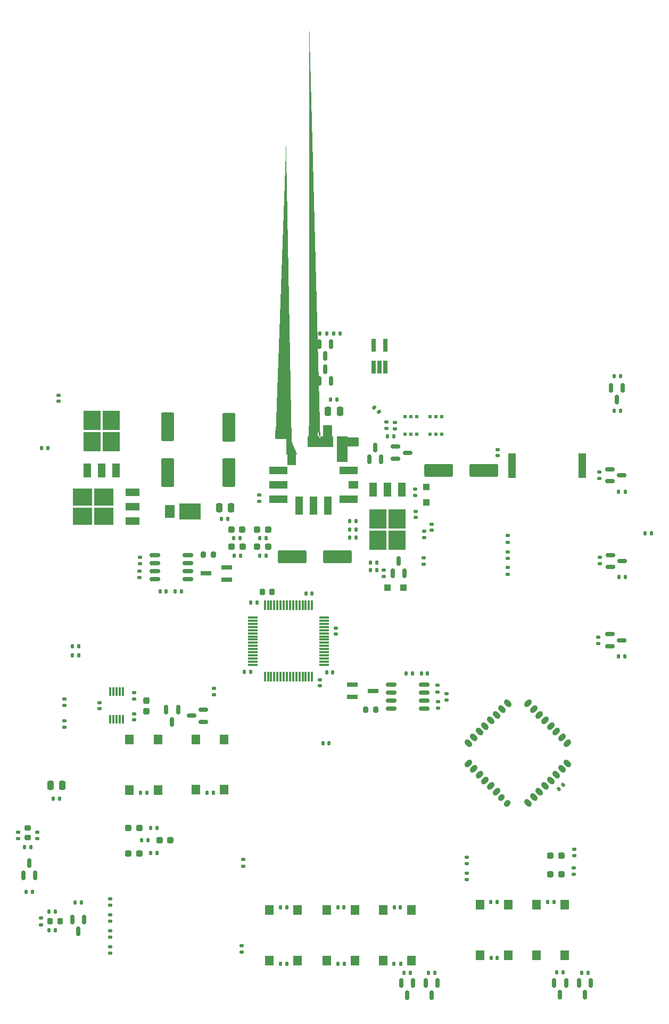
<source format=gbr>
%TF.GenerationSoftware,KiCad,Pcbnew,(6.0.11)*%
%TF.CreationDate,2023-12-12T02:53:40+09:00*%
%TF.ProjectId,Common_Control,436f6d6d-6f6e-45f4-936f-6e74726f6c2e,rev?*%
%TF.SameCoordinates,Original*%
%TF.FileFunction,Paste,Top*%
%TF.FilePolarity,Positive*%
%FSLAX46Y46*%
G04 Gerber Fmt 4.6, Leading zero omitted, Abs format (unit mm)*
G04 Created by KiCad (PCBNEW (6.0.11)) date 2023-12-12 02:53:40*
%MOMM*%
%LPD*%
G01*
G04 APERTURE LIST*
G04 Aperture macros list*
%AMRoundRect*
0 Rectangle with rounded corners*
0 $1 Rounding radius*
0 $2 $3 $4 $5 $6 $7 $8 $9 X,Y pos of 4 corners*
0 Add a 4 corners polygon primitive as box body*
4,1,4,$2,$3,$4,$5,$6,$7,$8,$9,$2,$3,0*
0 Add four circle primitives for the rounded corners*
1,1,$1+$1,$2,$3*
1,1,$1+$1,$4,$5*
1,1,$1+$1,$6,$7*
1,1,$1+$1,$8,$9*
0 Add four rect primitives between the rounded corners*
20,1,$1+$1,$2,$3,$4,$5,0*
20,1,$1+$1,$4,$5,$6,$7,0*
20,1,$1+$1,$6,$7,$8,$9,0*
20,1,$1+$1,$8,$9,$2,$3,0*%
%AMHorizOval*
0 Thick line with rounded ends*
0 $1 width*
0 $2 $3 position (X,Y) of the first rounded end (center of the circle)*
0 $4 $5 position (X,Y) of the second rounded end (center of the circle)*
0 Add line between two ends*
20,1,$1,$2,$3,$4,$5,0*
0 Add two circle primitives to create the rounded ends*
1,1,$1,$2,$3*
1,1,$1,$4,$5*%
%AMFreePoly0*
4,1,53,0.885000,-2.035000,0.700000,-2.035000,0.700000,-3.665000,0.695106,-3.680063,0.695106,-3.695902,0.685796,-3.708716,0.680902,-3.723779,0.668089,-3.733089,0.658779,-3.745902,0.643716,-3.750796,0.630902,-3.760106,0.615063,-3.760106,0.600000,-3.765000,-0.600000,-3.765000,-0.615063,-3.760106,-0.630902,-3.760106,-0.643716,-3.750796,-0.658779,-3.745902,-0.668089,-3.733089,-0.680902,-3.723779,
-0.685796,-3.708716,-0.695106,-3.695902,-0.695106,-3.680063,-0.700000,-3.665000,-0.700000,-2.035000,-0.885000,-2.035000,-0.885000,0.450000,-2.515000,0.450000,-2.530063,0.454894,-2.545902,0.454894,-2.558716,0.464204,-2.573779,0.469098,-2.583089,0.481911,-2.595902,0.491221,-2.600796,0.506284,-2.610106,0.519098,-2.610106,0.534937,-2.615000,0.550000,-2.615000,1.750000,-2.610106,1.765063,
-2.610106,1.780902,-2.600796,1.793716,-2.595902,1.808779,-2.583089,1.818089,-2.573779,1.830902,-2.558716,1.835796,-2.545902,1.845106,-2.530063,1.845106,-2.515000,1.850000,-0.885000,1.850000,-0.885000,2.035000,0.885000,2.035000,0.885000,-2.035000,0.885000,-2.035000,$1*%
%AMFreePoly1*
4,1,53,-0.534937,2.610106,-0.519098,2.610106,-0.506284,2.600796,-0.491221,2.595902,-0.481911,2.583089,-0.469098,2.573779,-0.464204,2.558716,-0.454894,2.545902,-0.454894,2.530063,-0.450000,2.515000,-0.450000,0.885000,0.450000,0.885000,0.450000,2.515000,0.454894,2.530063,0.454894,2.545902,0.464204,2.558716,0.469098,2.573779,0.481911,2.583089,0.491221,2.595902,0.506284,2.600796,
0.519098,2.610106,0.534937,2.610106,0.550000,2.615000,1.750000,2.615000,1.765063,2.610106,1.780902,2.610106,1.793716,2.600796,1.808779,2.595902,1.818089,2.583089,1.830902,2.573779,1.835796,2.558716,1.845106,2.545902,1.845106,2.530063,1.850000,2.515000,1.850000,0.885000,2.035000,0.885000,2.035000,-0.885000,-2.035000,-0.885000,-2.035000,0.885000,-1.850000,0.885000,
-1.850000,2.515000,-1.845106,2.530063,-1.845106,2.545902,-1.835796,2.558716,-1.830902,2.573779,-1.818089,2.583089,-1.808779,2.595902,-1.793716,2.600796,-1.780902,2.610106,-1.765063,2.610106,-1.750000,2.615000,-0.550000,2.615000,-0.534937,2.610106,-0.534937,2.610106,$1*%
%AMFreePoly2*
4,1,29,0.885000,1.850000,2.515000,1.850000,2.530063,1.845106,2.545902,1.845106,2.558716,1.835796,2.573779,1.830902,2.583089,1.818089,2.595902,1.808779,2.600796,1.793716,2.610106,1.780902,2.610106,1.765063,2.615000,1.750000,2.615000,0.550000,2.610106,0.534937,2.610106,0.519098,2.600796,0.506284,2.595902,0.491221,2.583089,0.481911,2.573779,0.469098,2.558716,0.464204,
2.545902,0.454894,2.530063,0.454894,2.515000,0.450000,0.885000,0.450000,0.885000,-2.035000,-0.885000,-2.035000,-0.885000,2.035000,0.885000,2.035000,0.885000,1.850000,0.885000,1.850000,$1*%
G04 Aperture macros list end*
%ADD10RoundRect,0.140000X0.140000X0.170000X-0.140000X0.170000X-0.140000X-0.170000X0.140000X-0.170000X0*%
%ADD11RoundRect,0.140000X-0.140000X-0.170000X0.140000X-0.170000X0.140000X0.170000X-0.140000X0.170000X0*%
%ADD12RoundRect,0.135000X-0.185000X0.135000X-0.185000X-0.135000X0.185000X-0.135000X0.185000X0.135000X0*%
%ADD13RoundRect,0.150000X-0.675000X-0.150000X0.675000X-0.150000X0.675000X0.150000X-0.675000X0.150000X0*%
%ADD14R,1.800000X0.800000*%
%ADD15RoundRect,0.135000X0.135000X0.185000X-0.135000X0.185000X-0.135000X-0.185000X0.135000X-0.185000X0*%
%ADD16RoundRect,0.135000X-0.135000X-0.185000X0.135000X-0.185000X0.135000X0.185000X-0.135000X0.185000X0*%
%ADD17RoundRect,0.135000X0.185000X-0.135000X0.185000X0.135000X-0.185000X0.135000X-0.185000X-0.135000X0*%
%ADD18RoundRect,0.150000X0.150000X-0.587500X0.150000X0.587500X-0.150000X0.587500X-0.150000X-0.587500X0*%
%ADD19RoundRect,0.140000X-0.170000X0.140000X-0.170000X-0.140000X0.170000X-0.140000X0.170000X0.140000X0*%
%ADD20R,1.400000X1.600000*%
%ADD21RoundRect,0.150000X-0.150000X0.587500X-0.150000X-0.587500X0.150000X-0.587500X0.150000X0.587500X0*%
%ADD22R,0.650000X2.000000*%
%ADD23RoundRect,0.200000X-0.200000X-0.275000X0.200000X-0.275000X0.200000X0.275000X-0.200000X0.275000X0*%
%ADD24RoundRect,0.150000X0.587500X0.150000X-0.587500X0.150000X-0.587500X-0.150000X0.587500X-0.150000X0*%
%ADD25R,0.620000X0.575000*%
%ADD26RoundRect,0.250001X0.799999X-1.999999X0.799999X1.999999X-0.799999X1.999999X-0.799999X-1.999999X0*%
%ADD27RoundRect,0.150000X-0.587500X-0.150000X0.587500X-0.150000X0.587500X0.150000X-0.587500X0.150000X0*%
%ADD28R,1.000000X1.000000*%
%ADD29RoundRect,0.140000X0.170000X-0.140000X0.170000X0.140000X-0.170000X0.140000X-0.170000X-0.140000X0*%
%ADD30RoundRect,0.250001X-1.999999X-0.799999X1.999999X-0.799999X1.999999X0.799999X-1.999999X0.799999X0*%
%ADD31RoundRect,0.237500X-0.287500X-0.237500X0.287500X-0.237500X0.287500X0.237500X-0.287500X0.237500X0*%
%ADD32RoundRect,0.225000X0.250000X-0.225000X0.250000X0.225000X-0.250000X0.225000X-0.250000X-0.225000X0*%
%ADD33RoundRect,0.237500X0.287500X0.237500X-0.287500X0.237500X-0.287500X-0.237500X0.287500X-0.237500X0*%
%ADD34R,0.300000X1.400000*%
%ADD35RoundRect,0.200000X0.200000X0.275000X-0.200000X0.275000X-0.200000X-0.275000X0.200000X-0.275000X0*%
%ADD36RoundRect,0.250000X-0.250000X-0.475000X0.250000X-0.475000X0.250000X0.475000X-0.250000X0.475000X0*%
%ADD37R,3.000000X1.200000*%
%ADD38FreePoly0,270.000000*%
%ADD39FreePoly1,0.000000*%
%ADD40FreePoly2,0.000000*%
%ADD41R,1.200000X3.000000*%
%ADD42R,1.500000X1.200000*%
%ADD43R,2.750000X3.050000*%
%ADD44R,1.200000X2.200000*%
%ADD45RoundRect,0.237500X0.237500X-0.287500X0.237500X0.287500X-0.237500X0.287500X-0.237500X-0.287500X0*%
%ADD46RoundRect,0.225000X-0.225000X-0.250000X0.225000X-0.250000X0.225000X0.250000X-0.225000X0.250000X0*%
%ADD47HorizOval,0.900000X-0.176777X0.176777X0.176777X-0.176777X0*%
%ADD48HorizOval,0.900000X0.176777X0.176777X-0.176777X-0.176777X0*%
%ADD49HorizOval,0.900000X0.106066X0.106066X-0.106066X-0.106066X0*%
%ADD50R,3.050000X2.750000*%
%ADD51R,2.200000X1.200000*%
%ADD52RoundRect,0.150000X0.675000X0.150000X-0.675000X0.150000X-0.675000X-0.150000X0.675000X-0.150000X0*%
%ADD53RoundRect,0.250000X0.250000X0.475000X-0.250000X0.475000X-0.250000X-0.475000X0.250000X-0.475000X0*%
%ADD54RoundRect,0.250001X1.999999X0.799999X-1.999999X0.799999X-1.999999X-0.799999X1.999999X-0.799999X0*%
%ADD55R,1.200000X4.000000*%
%ADD56RoundRect,0.075000X0.700000X0.075000X-0.700000X0.075000X-0.700000X-0.075000X0.700000X-0.075000X0*%
%ADD57RoundRect,0.075000X0.075000X0.700000X-0.075000X0.700000X-0.075000X-0.700000X0.075000X-0.700000X0*%
%ADD58RoundRect,0.135000X-0.226274X-0.035355X-0.035355X-0.226274X0.226274X0.035355X0.035355X0.226274X0*%
%ADD59R,3.400000X2.600000*%
%ADD60R,1.500000X2.000000*%
%ADD61RoundRect,0.140000X-0.021213X0.219203X-0.219203X0.021213X0.021213X-0.219203X0.219203X-0.021213X0*%
G04 APERTURE END LIST*
D10*
%TO.C,C19*%
X113840000Y-110592500D03*
X112880000Y-110592500D03*
%TD*%
D11*
%TO.C,C32*%
X157560000Y-91590000D03*
X158520000Y-91590000D03*
%TD*%
D12*
%TO.C,R35*%
X129162500Y-121179000D03*
X129162500Y-122199000D03*
%TD*%
D13*
%TO.C,U8*%
X152725000Y-93375000D03*
X152725000Y-94645000D03*
X152725000Y-95915000D03*
X152725000Y-97185000D03*
X157975000Y-97185000D03*
X157975000Y-95915000D03*
X157975000Y-94645000D03*
X157975000Y-93375000D03*
%TD*%
D14*
%TO.C,Q28*%
X146590000Y-93400000D03*
X146590000Y-95300000D03*
X149890000Y-94350000D03*
%TD*%
D15*
%TO.C,R74*%
X184060000Y-139130000D03*
X183040000Y-139130000D03*
%TD*%
%TO.C,R58*%
X132810000Y-72850000D03*
X131790000Y-72850000D03*
%TD*%
D11*
%TO.C,C33*%
X115960000Y-78540001D03*
X116920000Y-78540001D03*
%TD*%
D12*
%TO.C,R24*%
X131700000Y-63220000D03*
X131700000Y-64240000D03*
%TD*%
D16*
%TO.C,R64*%
X188200000Y-44370000D03*
X189220000Y-44370000D03*
%TD*%
D17*
%TO.C,R22*%
X156510000Y-63330000D03*
X156510000Y-62310000D03*
%TD*%
D10*
%TO.C,C5*%
X103000000Y-87300000D03*
X102040000Y-87300000D03*
%TD*%
D17*
%TO.C,R42*%
X108040000Y-128420000D03*
X108040000Y-127400000D03*
%TD*%
D18*
%TO.C,Q17*%
X152960000Y-75637500D03*
X154860000Y-75637500D03*
X153910000Y-73762500D03*
%TD*%
D19*
%TO.C,C16*%
X141430000Y-92590000D03*
X141430000Y-93550000D03*
%TD*%
D20*
%TO.C,SW2*%
X166860000Y-128362500D03*
X166860000Y-136362500D03*
X171360000Y-128362500D03*
X171360000Y-136362500D03*
%TD*%
D21*
%TO.C,Q15*%
X118840000Y-97382500D03*
X116940000Y-97382500D03*
X117890000Y-99257500D03*
%TD*%
D16*
%TO.C,R70*%
X188977500Y-76230000D03*
X189997500Y-76230000D03*
%TD*%
D12*
%TO.C,R84*%
X161530000Y-94770000D03*
X161530000Y-95790000D03*
%TD*%
D15*
%TO.C,R57*%
X132810000Y-70090000D03*
X131790000Y-70090000D03*
%TD*%
D17*
%TO.C,R18*%
X153290000Y-52690000D03*
X153290000Y-51670000D03*
%TD*%
D18*
%TO.C,Q11*%
X149260000Y-57547500D03*
X151160000Y-57547500D03*
X150210000Y-55672500D03*
%TD*%
D16*
%TO.C,R78*%
X155140000Y-91590000D03*
X156160000Y-91590000D03*
%TD*%
D22*
%TO.C,U3*%
X149900000Y-42870000D03*
X150850000Y-42870000D03*
X151800000Y-42870000D03*
X151800000Y-39450000D03*
X149900000Y-39450000D03*
%TD*%
D16*
%TO.C,R38*%
X153200000Y-137760000D03*
X154220000Y-137760000D03*
%TD*%
D11*
%TO.C,C11*%
X135160000Y-128730000D03*
X136120000Y-128730000D03*
%TD*%
D23*
%TO.C,R76*%
X148635000Y-97350000D03*
X150285000Y-97350000D03*
%TD*%
D21*
%TO.C,Q5*%
X103900000Y-130692500D03*
X102000000Y-130692500D03*
X102950000Y-132567500D03*
%TD*%
D15*
%TO.C,R41*%
X124420000Y-110525000D03*
X123400000Y-110525000D03*
%TD*%
D12*
%TO.C,R36*%
X128982500Y-134849000D03*
X128982500Y-135869000D03*
%TD*%
D17*
%TO.C,R67*%
X185710000Y-86830000D03*
X185710000Y-85810000D03*
%TD*%
%TO.C,R82*%
X112719999Y-76350001D03*
X112719999Y-75330001D03*
%TD*%
%TO.C,R59*%
X171270000Y-73270000D03*
X171270000Y-72250000D03*
%TD*%
D16*
%TO.C,R3*%
X94660000Y-126320000D03*
X95680000Y-126320000D03*
%TD*%
%TO.C,R34*%
X143560000Y-37570000D03*
X144580000Y-37570000D03*
%TD*%
D17*
%TO.C,R60*%
X171270000Y-75800000D03*
X171270000Y-74780000D03*
%TD*%
D24*
%TO.C,Q18*%
X122877500Y-99260000D03*
X122877500Y-97360000D03*
X121002500Y-98310000D03*
%TD*%
D17*
%TO.C,R65*%
X185810000Y-60590000D03*
X185810000Y-59570000D03*
%TD*%
D10*
%TO.C,C35*%
X98110000Y-55800000D03*
X97150000Y-55800000D03*
%TD*%
D15*
%TO.C,R15*%
X99279999Y-132420000D03*
X98259999Y-132420000D03*
%TD*%
D25*
%TO.C,Q6*%
X154910000Y-53568000D03*
X155860000Y-53568000D03*
X156810000Y-53568000D03*
X156810000Y-50792000D03*
X155860000Y-50792000D03*
X154910000Y-50792000D03*
%TD*%
D16*
%TO.C,R43*%
X114480000Y-116160000D03*
X115500000Y-116160000D03*
%TD*%
D20*
%TO.C,SW11*%
X126160000Y-102065000D03*
X126160000Y-110065000D03*
X121660000Y-102065000D03*
X121660000Y-110065000D03*
%TD*%
D12*
%TO.C,R5*%
X100730000Y-95650000D03*
X100730000Y-96670000D03*
%TD*%
D19*
%TO.C,C13*%
X169690000Y-56040000D03*
X169690000Y-57000000D03*
%TD*%
D26*
%TO.C,C26*%
X117140000Y-59630000D03*
X117140000Y-52430000D03*
%TD*%
D15*
%TO.C,R73*%
X155800000Y-139200000D03*
X154780000Y-139200000D03*
%TD*%
D27*
%TO.C,Q8*%
X153452500Y-55552499D03*
X153452500Y-57452499D03*
X155327500Y-56502499D03*
%TD*%
D17*
%TO.C,R46*%
X108040000Y-130950000D03*
X108040000Y-129930000D03*
%TD*%
D28*
%TO.C,D11*%
X158360000Y-61940000D03*
X158360000Y-64440000D03*
%TD*%
D17*
%TO.C,R6*%
X100720000Y-100180000D03*
X100720000Y-99160000D03*
%TD*%
D29*
%TO.C,C30*%
X159160000Y-68850000D03*
X159160000Y-67890000D03*
%TD*%
D11*
%TO.C,C21*%
X139170000Y-78900000D03*
X140130000Y-78900000D03*
%TD*%
D20*
%TO.C,SW3*%
X180360000Y-136362500D03*
X180360000Y-128362500D03*
X175860000Y-128362500D03*
X175860000Y-136362500D03*
%TD*%
D30*
%TO.C,C28*%
X160280000Y-59300000D03*
X167480000Y-59300000D03*
%TD*%
D16*
%TO.C,R55*%
X127710000Y-70110000D03*
X128730000Y-70110000D03*
%TD*%
D25*
%TO.C,Q2*%
X160820000Y-50782000D03*
X159870000Y-50782000D03*
X158920000Y-50782000D03*
X158920000Y-53558000D03*
X159870000Y-53558000D03*
X160820000Y-53558000D03*
%TD*%
D11*
%TO.C,C15*%
X153230000Y-128730000D03*
X154190000Y-128730000D03*
%TD*%
D16*
%TO.C,R52*%
X149450000Y-75170000D03*
X150470000Y-75170000D03*
%TD*%
D20*
%TO.C,SW10*%
X155960000Y-137210000D03*
X155960000Y-129210000D03*
X151460000Y-129210000D03*
X151460000Y-137210000D03*
%TD*%
D19*
%TO.C,C18*%
X143940000Y-84360000D03*
X143940000Y-85320000D03*
%TD*%
D16*
%TO.C,R37*%
X141430000Y-37590000D03*
X142450000Y-37590000D03*
%TD*%
D29*
%TO.C,C34*%
X99840000Y-48360000D03*
X99840000Y-47400000D03*
%TD*%
D17*
%TO.C,R63*%
X171270000Y-70720000D03*
X171270000Y-69700000D03*
%TD*%
D16*
%TO.C,R2*%
X177610000Y-127942500D03*
X178630000Y-127942500D03*
%TD*%
D20*
%TO.C,SW12*%
X115620000Y-110102500D03*
X115620000Y-102102500D03*
X111120000Y-110102500D03*
X111120000Y-102102500D03*
%TD*%
D17*
%TO.C,R12*%
X164770000Y-121790000D03*
X164770000Y-120770000D03*
%TD*%
D16*
%TO.C,R45*%
X114470000Y-120160000D03*
X115490000Y-120160000D03*
%TD*%
D21*
%TO.C,Q27*%
X180560000Y-140792500D03*
X178660000Y-140792500D03*
X179610000Y-142667500D03*
%TD*%
D31*
%TO.C,D19*%
X131437500Y-71460000D03*
X133187500Y-71460000D03*
%TD*%
D17*
%TO.C,R10*%
X96440000Y-117820000D03*
X96440000Y-116800000D03*
%TD*%
D32*
%TO.C,C6*%
X94890000Y-117705000D03*
X94890000Y-116155000D03*
%TD*%
D33*
%TO.C,D13*%
X117630000Y-118100000D03*
X115880000Y-118100000D03*
%TD*%
D11*
%TO.C,C20*%
X129390000Y-91360000D03*
X130350000Y-91360000D03*
%TD*%
D20*
%TO.C,SW6*%
X137860000Y-137210000D03*
X137860000Y-129210000D03*
X133360000Y-129210000D03*
X133360000Y-137210000D03*
%TD*%
D16*
%TO.C,R68*%
X188170000Y-49850000D03*
X189190000Y-49850000D03*
%TD*%
D34*
%TO.C,U1*%
X108070000Y-98840000D03*
X108570000Y-98840000D03*
X109070000Y-98840000D03*
X109570000Y-98840000D03*
X110070000Y-98840000D03*
X110070000Y-94440000D03*
X109570000Y-94440000D03*
X109070000Y-94440000D03*
X108570000Y-94440000D03*
X108070000Y-94440000D03*
%TD*%
D35*
%TO.C,R77*%
X124465000Y-72690001D03*
X122815000Y-72690001D03*
%TD*%
D26*
%TO.C,C27*%
X126940000Y-59680000D03*
X126940000Y-52480000D03*
%TD*%
D21*
%TO.C,Q20*%
X189580000Y-46192500D03*
X187680000Y-46192500D03*
X188630000Y-48067500D03*
%TD*%
D16*
%TO.C,R69*%
X188930000Y-62700000D03*
X189950000Y-62700000D03*
%TD*%
D27*
%TO.C,Q21*%
X187560000Y-59160000D03*
X187560000Y-61060000D03*
X189435000Y-60110000D03*
%TD*%
D36*
%TO.C,C2*%
X98530000Y-109400000D03*
X100430000Y-109400000D03*
%TD*%
D15*
%TO.C,R79*%
X119370000Y-78520001D03*
X118350000Y-78520001D03*
%TD*%
D37*
%TO.C,MD1*%
X134745000Y-59350000D03*
D38*
X136910000Y-54765000D03*
D39*
X141490000Y-54765000D03*
D40*
X144930000Y-55915000D03*
D37*
X145945000Y-59350000D03*
X145945000Y-63930000D03*
D41*
X140345000Y-64950000D03*
X138055000Y-64950000D03*
D37*
X134745000Y-63930000D03*
X134745000Y-61640000D03*
D42*
X146695000Y-61640000D03*
D41*
X142635000Y-64950000D03*
%TD*%
D21*
%TO.C,Q24*%
X160100000Y-140812500D03*
X158200000Y-140812500D03*
X159150000Y-142687500D03*
%TD*%
D43*
%TO.C,Q1*%
X108185000Y-51385000D03*
X105135000Y-51385000D03*
X108185000Y-54735000D03*
X105135000Y-54735000D03*
D44*
X104380000Y-59360000D03*
X106660000Y-59360000D03*
X108940000Y-59360000D03*
%TD*%
D31*
%TO.C,D5*%
X178042428Y-120547700D03*
X179792428Y-120547700D03*
%TD*%
D45*
%TO.C,D1*%
X113760000Y-97622500D03*
X113760000Y-95872500D03*
%TD*%
D46*
%TO.C,C7*%
X98504999Y-130940000D03*
X100054999Y-130940000D03*
%TD*%
D27*
%TO.C,Q23*%
X187512500Y-85360000D03*
X187512500Y-87260000D03*
X189387500Y-86310000D03*
%TD*%
D19*
%TO.C,C4*%
X106300000Y-96230000D03*
X106300000Y-97190000D03*
%TD*%
D47*
%TO.C,U2*%
X174506703Y-112168154D03*
X175404728Y-111270128D03*
X176302754Y-110372103D03*
X177200779Y-109474077D03*
X178098805Y-108576051D03*
X178996831Y-107678026D03*
X179894856Y-106780000D03*
X180792882Y-105881975D03*
D48*
X180792882Y-102643425D03*
X179894856Y-101745400D03*
X178996831Y-100847374D03*
X178098805Y-99949349D03*
X177200779Y-99051323D03*
X176302754Y-98153297D03*
X175404728Y-97255272D03*
X174506703Y-96357246D03*
D47*
X171268153Y-96357246D03*
X170370128Y-97255272D03*
X169472102Y-98153297D03*
X168574077Y-99051323D03*
X167676051Y-99949349D03*
X166778025Y-100847374D03*
X165880000Y-101745400D03*
X164981974Y-102643425D03*
D48*
X164981974Y-105881975D03*
X165880000Y-106780000D03*
X166778025Y-107678026D03*
X167676051Y-108576051D03*
X168574077Y-109474077D03*
X169472102Y-110372103D03*
D49*
X170299417Y-111340839D03*
X171197443Y-112238864D03*
%TD*%
D19*
%TO.C,C3*%
X111850000Y-98010000D03*
X111850000Y-98970000D03*
%TD*%
D46*
%TO.C,C24*%
X132235000Y-78600000D03*
X133785000Y-78600000D03*
%TD*%
D21*
%TO.C,Q26*%
X184490000Y-140792500D03*
X182590000Y-140792500D03*
X183540000Y-142667500D03*
%TD*%
D15*
%TO.C,R75*%
X180110000Y-139120000D03*
X179090000Y-139120000D03*
%TD*%
D50*
%TO.C,Q4*%
X103635000Y-66585000D03*
X106985000Y-66585000D03*
X103635000Y-63535000D03*
X106985000Y-63535000D03*
D51*
X111610000Y-67340000D03*
X111610000Y-65060000D03*
X111610000Y-62780000D03*
%TD*%
D17*
%TO.C,R21*%
X181807428Y-123542700D03*
X181807428Y-122522700D03*
%TD*%
D52*
%TO.C,U9*%
X120385000Y-76645001D03*
X120385000Y-75375001D03*
X120385000Y-74105001D03*
X120385000Y-72835001D03*
X115135000Y-72835001D03*
X115135000Y-74105001D03*
X115135000Y-75375001D03*
X115135000Y-76645001D03*
%TD*%
D15*
%TO.C,R72*%
X159660000Y-139210000D03*
X158640000Y-139210000D03*
%TD*%
%TO.C,R8*%
X95420000Y-119180000D03*
X94400000Y-119180000D03*
%TD*%
D21*
%TO.C,Q25*%
X156220000Y-140812500D03*
X154320000Y-140812500D03*
X155270000Y-142687500D03*
%TD*%
D11*
%TO.C,C12*%
X144240000Y-128740000D03*
X145200000Y-128740000D03*
%TD*%
D31*
%TO.C,D6*%
X178042428Y-123547700D03*
X179792428Y-123547700D03*
%TD*%
D17*
%TO.C,R53*%
X151540000Y-76210000D03*
X151540000Y-75190000D03*
%TD*%
D53*
%TO.C,C10*%
X144600000Y-49950000D03*
X142700000Y-49950000D03*
%TD*%
D16*
%TO.C,R19*%
X125740001Y-67060000D03*
X126760001Y-67060000D03*
%TD*%
D54*
%TO.C,C29*%
X144210000Y-73030000D03*
X137010000Y-73030000D03*
%TD*%
D17*
%TO.C,R80*%
X160150000Y-97080000D03*
X160150000Y-96060000D03*
%TD*%
%TO.C,R7*%
X111870000Y-95650000D03*
X111870000Y-94630000D03*
%TD*%
D55*
%TO.C,LS1*%
X183160000Y-58550000D03*
X171960000Y-58550000D03*
%TD*%
D16*
%TO.C,R40*%
X149440000Y-73970000D03*
X150460000Y-73970000D03*
%TD*%
D12*
%TO.C,R50*%
X157940000Y-73200000D03*
X157940000Y-74220000D03*
%TD*%
D16*
%TO.C,R71*%
X188900000Y-88840000D03*
X189920000Y-88840000D03*
%TD*%
D56*
%TO.C,U5*%
X142065000Y-90210000D03*
X142065000Y-89710000D03*
X142065000Y-89210000D03*
X142065000Y-88710000D03*
X142065000Y-88210000D03*
X142065000Y-87710000D03*
X142065000Y-87210000D03*
X142065000Y-86710000D03*
X142065000Y-86210000D03*
X142065000Y-85710000D03*
X142065000Y-85210000D03*
X142065000Y-84710000D03*
X142065000Y-84210000D03*
X142065000Y-83710000D03*
X142065000Y-83210000D03*
X142065000Y-82710000D03*
D57*
X140140000Y-80785000D03*
X139640000Y-80785000D03*
X139140000Y-80785000D03*
X138640000Y-80785000D03*
X138140000Y-80785000D03*
X137640000Y-80785000D03*
X137140000Y-80785000D03*
X136640000Y-80785000D03*
X136140000Y-80785000D03*
X135640000Y-80785000D03*
X135140000Y-80785000D03*
X134640000Y-80785000D03*
X134140000Y-80785000D03*
X133640000Y-80785000D03*
X133140000Y-80785000D03*
X132640000Y-80785000D03*
D56*
X130715000Y-82710000D03*
X130715000Y-83210000D03*
X130715000Y-83710000D03*
X130715000Y-84210000D03*
X130715000Y-84710000D03*
X130715000Y-85210000D03*
X130715000Y-85710000D03*
X130715000Y-86210000D03*
X130715000Y-86710000D03*
X130715000Y-87210000D03*
X130715000Y-87710000D03*
X130715000Y-88210000D03*
X130715000Y-88710000D03*
X130715000Y-89210000D03*
X130715000Y-89710000D03*
X130715000Y-90210000D03*
D57*
X132640000Y-92135000D03*
X133140000Y-92135000D03*
X133640000Y-92135000D03*
X134140000Y-92135000D03*
X134640000Y-92135000D03*
X135140000Y-92135000D03*
X135640000Y-92135000D03*
X136140000Y-92135000D03*
X136640000Y-92135000D03*
X137140000Y-92135000D03*
X137640000Y-92135000D03*
X138140000Y-92135000D03*
X138640000Y-92135000D03*
X139140000Y-92135000D03*
X139640000Y-92135000D03*
X140140000Y-92135000D03*
%TD*%
D16*
%TO.C,R26*%
X146160000Y-68690000D03*
X147180000Y-68690000D03*
%TD*%
D28*
%TO.C,D15*%
X154660000Y-77960000D03*
X152160000Y-77960000D03*
%TD*%
D17*
%TO.C,R81*%
X160140000Y-94510000D03*
X160140000Y-93490000D03*
%TD*%
D31*
%TO.C,D12*%
X110947500Y-116170000D03*
X112697500Y-116170000D03*
%TD*%
D12*
%TO.C,R29*%
X152010000Y-51660000D03*
X152010000Y-52680000D03*
%TD*%
D43*
%TO.C,U4*%
X153655000Y-67035000D03*
X150605000Y-70385000D03*
X153655000Y-70385000D03*
X150605000Y-67035000D03*
D44*
X154410000Y-62410000D03*
X152130000Y-62410000D03*
X149850000Y-62410000D03*
%TD*%
D16*
%TO.C,R31*%
X135100000Y-137730000D03*
X136120000Y-137730000D03*
%TD*%
D12*
%TO.C,R51*%
X124530000Y-93930000D03*
X124530000Y-94950000D03*
%TD*%
D11*
%TO.C,C25*%
X142470000Y-91380000D03*
X143430000Y-91380000D03*
%TD*%
D17*
%TO.C,R14*%
X164780000Y-124340000D03*
X164780000Y-123320000D03*
%TD*%
D16*
%TO.C,R32*%
X98970000Y-111470000D03*
X99990000Y-111470000D03*
%TD*%
D20*
%TO.C,SW9*%
X146960000Y-129210000D03*
X146960000Y-137210000D03*
X142460000Y-137210000D03*
X142460000Y-129210000D03*
%TD*%
D16*
%TO.C,R28*%
X143120000Y-48050000D03*
X144140000Y-48050000D03*
%TD*%
D17*
%TO.C,R83*%
X112740000Y-74140000D03*
X112740000Y-73120000D03*
%TD*%
D18*
%TO.C,Q3*%
X94230000Y-123637500D03*
X96130000Y-123637500D03*
X95180000Y-121762500D03*
%TD*%
D15*
%TO.C,R44*%
X114080000Y-118100000D03*
X113060000Y-118100000D03*
%TD*%
D27*
%TO.C,Q22*%
X187580000Y-72760000D03*
X187580000Y-74660000D03*
X189455000Y-73710000D03*
%TD*%
D29*
%TO.C,C17*%
X156600000Y-66780000D03*
X156600000Y-65820000D03*
%TD*%
D16*
%TO.C,R25*%
X146160000Y-67340000D03*
X147180000Y-67340000D03*
%TD*%
D17*
%TO.C,R48*%
X108050000Y-133490000D03*
X108050000Y-132470000D03*
%TD*%
D16*
%TO.C,R27*%
X146140000Y-70010000D03*
X147160000Y-70010000D03*
%TD*%
D15*
%TO.C,R4*%
X103460000Y-128020000D03*
X102440000Y-128020000D03*
%TD*%
D18*
%TO.C,Q14*%
X141290000Y-45127500D03*
X143190000Y-45127500D03*
X142240000Y-43252500D03*
%TD*%
D16*
%TO.C,R47*%
X102010000Y-88700000D03*
X103030000Y-88700000D03*
%TD*%
%TO.C,R33*%
X144240000Y-137730000D03*
X145260000Y-137730000D03*
%TD*%
D58*
%TO.C,R30*%
X150049376Y-49299376D03*
X150770624Y-50020624D03*
%TD*%
D17*
%TO.C,R20*%
X181827428Y-120562700D03*
X181827428Y-119542700D03*
%TD*%
D12*
%TO.C,R13*%
X93360000Y-116800000D03*
X93360000Y-117820000D03*
%TD*%
%TO.C,R9*%
X97040000Y-130490000D03*
X97040000Y-131510000D03*
%TD*%
D33*
%TO.C,D17*%
X129107438Y-71450000D03*
X127357438Y-71450000D03*
%TD*%
D16*
%TO.C,R23*%
X152150000Y-53950000D03*
X153170000Y-53950000D03*
%TD*%
%TO.C,R11*%
X98289999Y-129450000D03*
X99309999Y-129450000D03*
%TD*%
D14*
%TO.C,Q29*%
X126570000Y-76650001D03*
X126570000Y-74750001D03*
X123270000Y-75700001D03*
%TD*%
D15*
%TO.C,R1*%
X169610000Y-127952500D03*
X168590000Y-127952500D03*
%TD*%
D59*
%TO.C,D4*%
X120730000Y-65860000D03*
D60*
X117510000Y-65860000D03*
%TD*%
D33*
%TO.C,D16*%
X129070000Y-68750000D03*
X127320000Y-68750000D03*
%TD*%
D17*
%TO.C,R54*%
X158010000Y-70040000D03*
X158010000Y-69020000D03*
%TD*%
D36*
%TO.C,C9*%
X125350000Y-65240000D03*
X127250000Y-65240000D03*
%TD*%
D10*
%TO.C,C22*%
X131380000Y-80320000D03*
X130420000Y-80320000D03*
%TD*%
D11*
%TO.C,C1*%
X168620000Y-136802500D03*
X169580000Y-136802500D03*
%TD*%
D10*
%TO.C,C31*%
X142860000Y-102710000D03*
X141900000Y-102710000D03*
%TD*%
D16*
%TO.C,R56*%
X127720000Y-72850000D03*
X128740000Y-72850000D03*
%TD*%
D17*
%TO.C,R66*%
X185910000Y-74180000D03*
X185910000Y-73160000D03*
%TD*%
D16*
%TO.C,R39*%
X193120000Y-69320000D03*
X194140000Y-69320000D03*
%TD*%
D31*
%TO.C,D14*%
X110947500Y-120170000D03*
X112697500Y-120170000D03*
%TD*%
D17*
%TO.C,R49*%
X108050000Y-136020000D03*
X108050000Y-135000000D03*
%TD*%
D61*
%TO.C,C8*%
X180066839Y-109253289D03*
X179388017Y-109932111D03*
%TD*%
D31*
%TO.C,D18*%
X131435000Y-68750000D03*
X133185000Y-68750000D03*
%TD*%
D21*
%TO.C,Q13*%
X143190000Y-39272500D03*
X141290000Y-39272500D03*
X142240000Y-41147500D03*
%TD*%
M02*

</source>
